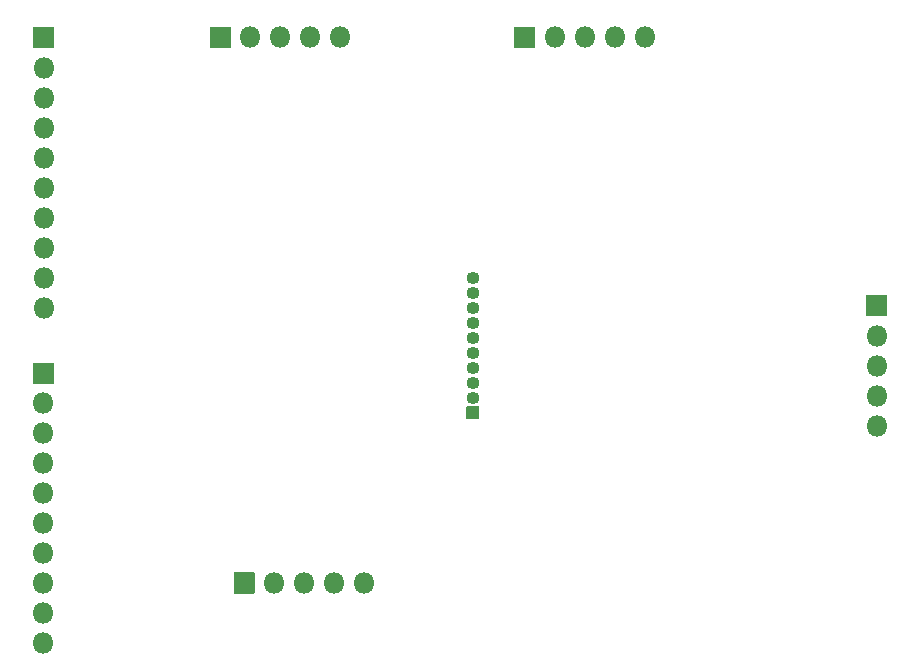
<source format=gbs>
%TF.GenerationSoftware,KiCad,Pcbnew,5.1.9-73d0e3b20d~88~ubuntu20.04.1*%
%TF.CreationDate,2021-04-29T12:20:41+03:00*%
%TF.ProjectId,eeg,6565672e-6b69-4636-9164-5f7063625858,rev?*%
%TF.SameCoordinates,Original*%
%TF.FileFunction,Soldermask,Bot*%
%TF.FilePolarity,Negative*%
%FSLAX46Y46*%
G04 Gerber Fmt 4.6, Leading zero omitted, Abs format (unit mm)*
G04 Created by KiCad (PCBNEW 5.1.9-73d0e3b20d~88~ubuntu20.04.1) date 2021-04-29 12:20:41*
%MOMM*%
%LPD*%
G01*
G04 APERTURE LIST*
%ADD10O,1.800000X1.800000*%
%ADD11O,1.100000X1.100000*%
G04 APERTURE END LIST*
D10*
%TO.C,J4*%
X111925000Y-64585000D03*
X111925000Y-62045000D03*
X111925000Y-59505000D03*
X111925000Y-56965000D03*
G36*
G01*
X111025000Y-55275000D02*
X111025000Y-53575000D01*
G75*
G02*
X111075000Y-53525000I50000J0D01*
G01*
X112775000Y-53525000D01*
G75*
G02*
X112825000Y-53575000I0J-50000D01*
G01*
X112825000Y-55275000D01*
G75*
G02*
X112775000Y-55325000I-50000J0D01*
G01*
X111075000Y-55325000D01*
G75*
G02*
X111025000Y-55275000I0J50000D01*
G01*
G37*
%TD*%
D11*
%TO.C,J5*%
X77724000Y-52070000D03*
X77724000Y-53340000D03*
X77724000Y-54610000D03*
X77724000Y-55880000D03*
X77724000Y-57150000D03*
X77724000Y-58420000D03*
X77724000Y-59690000D03*
X77724000Y-60960000D03*
X77724000Y-62230000D03*
G36*
G01*
X78274000Y-63000000D02*
X78274000Y-64000000D01*
G75*
G02*
X78224000Y-64050000I-50000J0D01*
G01*
X77224000Y-64050000D01*
G75*
G02*
X77174000Y-64000000I0J50000D01*
G01*
X77174000Y-63000000D01*
G75*
G02*
X77224000Y-62950000I50000J0D01*
G01*
X78224000Y-62950000D01*
G75*
G02*
X78274000Y-63000000I0J-50000D01*
G01*
G37*
%TD*%
D10*
%TO.C,E2*%
X41350000Y-83035000D03*
X41350000Y-80495000D03*
X41350000Y-77955000D03*
X41350000Y-75415000D03*
X41350000Y-72875000D03*
X41350000Y-70335000D03*
X41350000Y-67795000D03*
X41350000Y-65255000D03*
X41350000Y-62715000D03*
G36*
G01*
X40450000Y-61025000D02*
X40450000Y-59325000D01*
G75*
G02*
X40500000Y-59275000I50000J0D01*
G01*
X42200000Y-59275000D01*
G75*
G02*
X42250000Y-59325000I0J-50000D01*
G01*
X42250000Y-61025000D01*
G75*
G02*
X42200000Y-61075000I-50000J0D01*
G01*
X40500000Y-61075000D01*
G75*
G02*
X40450000Y-61025000I0J50000D01*
G01*
G37*
%TD*%
%TO.C,E1*%
G36*
G01*
X40500000Y-32594999D02*
X40500000Y-30894999D01*
G75*
G02*
X40550000Y-30844999I50000J0D01*
G01*
X42250000Y-30844999D01*
G75*
G02*
X42300000Y-30894999I0J-50000D01*
G01*
X42300000Y-32594999D01*
G75*
G02*
X42250000Y-32644999I-50000J0D01*
G01*
X40550000Y-32644999D01*
G75*
G02*
X40500000Y-32594999I0J50000D01*
G01*
G37*
X41400000Y-34284999D03*
X41400000Y-36824999D03*
X41400000Y-39364999D03*
X41400000Y-41904999D03*
X41400000Y-44444999D03*
X41400000Y-46984999D03*
X41400000Y-49524999D03*
X41400000Y-52064999D03*
X41400000Y-54604999D03*
%TD*%
%TO.C,J1*%
G36*
G01*
X59225000Y-78825000D02*
X57525000Y-78825000D01*
G75*
G02*
X57475000Y-78775000I0J50000D01*
G01*
X57475000Y-77075000D01*
G75*
G02*
X57525000Y-77025000I50000J0D01*
G01*
X59225000Y-77025000D01*
G75*
G02*
X59275000Y-77075000I0J-50000D01*
G01*
X59275000Y-78775000D01*
G75*
G02*
X59225000Y-78825000I-50000J0D01*
G01*
G37*
X60915000Y-77925000D03*
X63455000Y-77925000D03*
X65995000Y-77925000D03*
X68535000Y-77925000D03*
%TD*%
%TO.C,J2*%
X66510000Y-31732000D03*
X63970000Y-31732000D03*
X61430000Y-31732000D03*
X58890000Y-31732000D03*
G36*
G01*
X57200000Y-32632000D02*
X55500000Y-32632000D01*
G75*
G02*
X55450000Y-32582000I0J50000D01*
G01*
X55450000Y-30882000D01*
G75*
G02*
X55500000Y-30832000I50000J0D01*
G01*
X57200000Y-30832000D01*
G75*
G02*
X57250000Y-30882000I0J-50000D01*
G01*
X57250000Y-32582000D01*
G75*
G02*
X57200000Y-32632000I-50000J0D01*
G01*
G37*
%TD*%
%TO.C,J3*%
G36*
G01*
X82975000Y-32632000D02*
X81275000Y-32632000D01*
G75*
G02*
X81225000Y-32582000I0J50000D01*
G01*
X81225000Y-30882000D01*
G75*
G02*
X81275000Y-30832000I50000J0D01*
G01*
X82975000Y-30832000D01*
G75*
G02*
X83025000Y-30882000I0J-50000D01*
G01*
X83025000Y-32582000D01*
G75*
G02*
X82975000Y-32632000I-50000J0D01*
G01*
G37*
X84665000Y-31732000D03*
X87205000Y-31732000D03*
X89745000Y-31732000D03*
X92285000Y-31732000D03*
%TD*%
M02*

</source>
